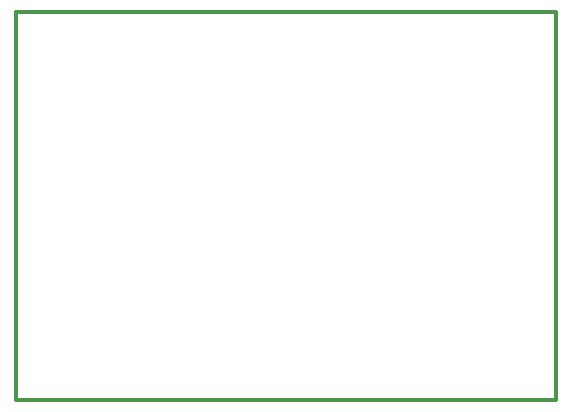
<source format=gm1>
%FSLAX25Y25*%
%MOIN*%
G70*
G01*
G75*
G04 Layer_Color=16711935*
%ADD10R,0.04724X0.05512*%
%ADD11R,0.04724X0.04724*%
%ADD12O,0.03937X0.01181*%
%ADD13R,0.03937X0.01181*%
%ADD14R,0.05906X0.05512*%
%ADD15R,0.02992X0.04724*%
%ADD16R,0.05512X0.05906*%
%ADD17C,0.01300*%
%ADD18C,0.01000*%
%ADD19C,0.11811*%
%ADD20R,0.05906X0.05906*%
%ADD21C,0.05906*%
%ADD22R,0.09843X0.04724*%
%ADD23O,0.09843X0.04724*%
%ADD24R,0.05000X0.05000*%
%ADD25C,0.05000*%
%ADD26C,0.05512*%
%ADD27R,0.05512X0.05512*%
%ADD28R,0.05512X0.04724*%
%ADD29R,0.05906X0.15748*%
%ADD30R,0.04724X0.02992*%
%ADD31O,0.04331X0.02559*%
%ADD32R,0.04331X0.02559*%
D17*
X633Y127D02*
Y129627D01*
X180633D01*
Y127D02*
Y129627D01*
X633Y127D02*
X180633D01*
M02*

</source>
